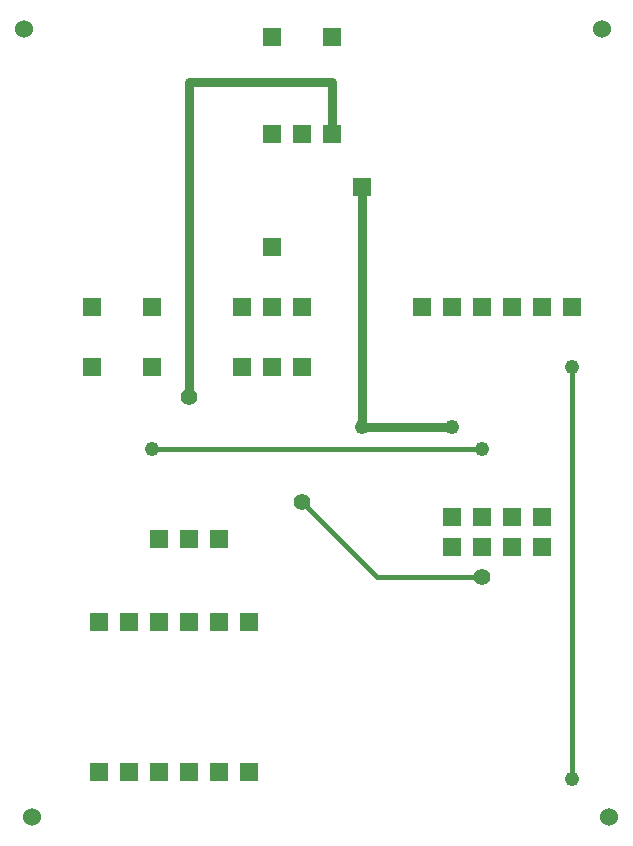
<source format=gbr>
G04 DesignSpark PCB Gerber Version 10.0 Build 5299*
G04 #@! TF.Part,Single*
G04 #@! TF.FileFunction,Copper,L1,Top*
G04 #@! TF.FilePolarity,Positive*
%FSLAX35Y35*%
%MOIN*%
G04 #@! TA.AperFunction,WasherPad*
%ADD14R,0.06000X0.06000*%
G04 #@! TD.AperFunction*
%ADD10C,0.01500*%
%ADD25C,0.03000*%
G04 #@! TA.AperFunction,ViaPad*
%ADD11C,0.04800*%
%ADD12C,0.05600*%
%ADD26C,0.06000*%
G04 #@! TD.AperFunction*
X0Y0D02*
D02*
D10*
X160600Y88100D02*
X125600D01*
X100600Y113100D01*
X160600Y130600D02*
X50600D01*
X190600Y158100D02*
Y20600D01*
D02*
D11*
X50600Y130600D03*
X120600Y138100D03*
X150600D03*
X160600Y130600D03*
X190600Y20600D03*
Y158100D03*
D02*
D12*
X63100Y148100D03*
X100600Y113100D03*
X160600Y88100D03*
D02*
D14*
X30600Y158100D03*
Y178100D03*
X33100Y23100D03*
Y73100D03*
X43100Y23100D03*
Y73100D03*
X50600Y158100D03*
Y178100D03*
X53100Y23100D03*
Y73100D03*
Y100600D03*
X63100Y23100D03*
Y73100D03*
Y100600D03*
X73100Y23100D03*
Y73100D03*
Y100600D03*
X80600Y158100D03*
Y178100D03*
X83100Y23100D03*
Y73100D03*
X90600Y158100D03*
Y178100D03*
Y198100D03*
Y235600D03*
Y268100D03*
X100600Y158100D03*
Y178100D03*
Y235600D03*
X110600D03*
Y268100D03*
X120600Y218100D03*
X140600Y178100D03*
X150600Y98100D03*
Y108100D03*
Y178100D03*
X160600Y98100D03*
Y108100D03*
Y178100D03*
X170600Y98100D03*
Y108100D03*
Y178100D03*
X180600Y98100D03*
Y108100D03*
Y178100D03*
X190600D03*
D02*
D25*
X110600Y235600D02*
Y253100D01*
X63100D01*
Y148100D01*
X120600Y138100D02*
Y218100D01*
Y138100D02*
X150600D01*
D02*
D26*
X8100Y270600D03*
X10600Y8100D03*
X200600Y270600D03*
X203100Y8100D03*
X0Y0D02*
M02*

</source>
